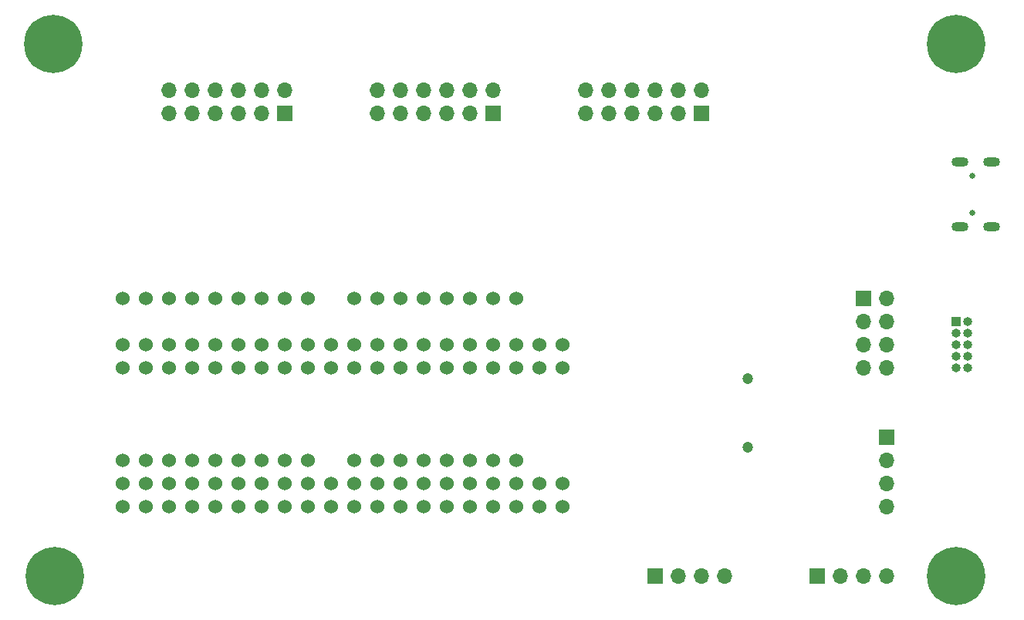
<source format=gbr>
%TF.GenerationSoftware,KiCad,Pcbnew,(6.0.1)*%
%TF.CreationDate,2022-02-05T13:32:02+01:00*%
%TF.ProjectId,ucdev_board,75636465-765f-4626-9f61-72642e6b6963,rev?*%
%TF.SameCoordinates,Original*%
%TF.FileFunction,Soldermask,Bot*%
%TF.FilePolarity,Negative*%
%FSLAX46Y46*%
G04 Gerber Fmt 4.6, Leading zero omitted, Abs format (unit mm)*
G04 Created by KiCad (PCBNEW (6.0.1)) date 2022-02-05 13:32:02*
%MOMM*%
%LPD*%
G01*
G04 APERTURE LIST*
%ADD10C,1.524000*%
%ADD11R,1.700000X1.700000*%
%ADD12O,1.700000X1.700000*%
%ADD13C,1.200000*%
%ADD14C,0.800000*%
%ADD15C,6.400000*%
%ADD16C,0.650000*%
%ADD17O,1.850000X1.050000*%
%ADD18R,1.000000X1.000000*%
%ADD19O,1.000000X1.000000*%
G04 APERTURE END LIST*
D10*
%TO.C,U1*%
X66040000Y-55880000D03*
X68580000Y-55880000D03*
X71120000Y-55880000D03*
X73660000Y-55880000D03*
X76200000Y-55880000D03*
X78740000Y-55880000D03*
X81280000Y-55880000D03*
X83820000Y-55880000D03*
X86360000Y-55880000D03*
X88900000Y-55880000D03*
X91440000Y-55880000D03*
X93980000Y-55880000D03*
X96520000Y-55880000D03*
X99060000Y-55880000D03*
X101600000Y-55880000D03*
X104140000Y-55880000D03*
X106680000Y-55880000D03*
X109220000Y-55880000D03*
X111760000Y-55880000D03*
X114300000Y-55880000D03*
X114300000Y-71120000D03*
X111760000Y-71120000D03*
X109220000Y-71120000D03*
X106680000Y-71120000D03*
X104140000Y-71120000D03*
X101600000Y-71120000D03*
X99060000Y-71120000D03*
X96520000Y-71120000D03*
X93980000Y-71120000D03*
X91440000Y-71120000D03*
X88900000Y-71120000D03*
X86360000Y-71120000D03*
X83820000Y-71120000D03*
X81280000Y-71120000D03*
X78740000Y-71120000D03*
X76200000Y-71120000D03*
X73660000Y-71120000D03*
X71120000Y-71120000D03*
X68580000Y-71120000D03*
X66040000Y-71120000D03*
%TD*%
%TO.C,U2*%
X66040000Y-58420000D03*
X68580000Y-58420000D03*
X71120000Y-58420000D03*
X73660000Y-58420000D03*
X76200000Y-58420000D03*
X78740000Y-58420000D03*
X81280000Y-58420000D03*
X83820000Y-58420000D03*
X86360000Y-58420000D03*
X88900000Y-58420000D03*
X91440000Y-58420000D03*
X93980000Y-58420000D03*
X96520000Y-58420000D03*
X99060000Y-58420000D03*
X101600000Y-58420000D03*
X104140000Y-58420000D03*
X106680000Y-58420000D03*
X109220000Y-58420000D03*
X111760000Y-58420000D03*
X114300000Y-58420000D03*
X114300000Y-73660000D03*
X111760000Y-73660000D03*
X109220000Y-73660000D03*
X106680000Y-73660000D03*
X104140000Y-73660000D03*
X101600000Y-73660000D03*
X99060000Y-73660000D03*
X96520000Y-73660000D03*
X93980000Y-73660000D03*
X91440000Y-73660000D03*
X88900000Y-73660000D03*
X86360000Y-73660000D03*
X83820000Y-73660000D03*
X81280000Y-73660000D03*
X78740000Y-73660000D03*
X76200000Y-73660000D03*
X73660000Y-73660000D03*
X71120000Y-73660000D03*
X68580000Y-73660000D03*
X66040000Y-73660000D03*
%TD*%
D11*
%TO.C,J2*%
X149860000Y-66040000D03*
D12*
X149860000Y-68580000D03*
X149860000Y-71120000D03*
X149860000Y-73660000D03*
%TD*%
D11*
%TO.C,J3*%
X147320000Y-50800000D03*
D12*
X149860000Y-50800000D03*
X147320000Y-53340000D03*
X149860000Y-53340000D03*
X147320000Y-55880000D03*
X149860000Y-55880000D03*
X147320000Y-58420000D03*
X149860000Y-58420000D03*
%TD*%
D11*
%TO.C,PMOD2*%
X83820000Y-30480000D03*
D12*
X83820000Y-27940000D03*
X81280000Y-30480000D03*
X81280000Y-27940000D03*
X78740000Y-30480000D03*
X78740000Y-27940000D03*
X76200000Y-30480000D03*
X76200000Y-27940000D03*
X73660000Y-30480000D03*
X73660000Y-27940000D03*
X71120000Y-30480000D03*
X71120000Y-27940000D03*
%TD*%
D11*
%TO.C,PMOD3*%
X106680000Y-30480000D03*
D12*
X106680000Y-27940000D03*
X104140000Y-30480000D03*
X104140000Y-27940000D03*
X101600000Y-30480000D03*
X101600000Y-27940000D03*
X99060000Y-30480000D03*
X99060000Y-27940000D03*
X96520000Y-30480000D03*
X96520000Y-27940000D03*
X93980000Y-30480000D03*
X93980000Y-27940000D03*
%TD*%
D11*
%TO.C,PMOD4*%
X129540000Y-30480000D03*
D12*
X129540000Y-27940000D03*
X127000000Y-30480000D03*
X127000000Y-27940000D03*
X124460000Y-30480000D03*
X124460000Y-27940000D03*
X121920000Y-30480000D03*
X121920000Y-27940000D03*
X119380000Y-30480000D03*
X119380000Y-27940000D03*
X116840000Y-30480000D03*
X116840000Y-27940000D03*
%TD*%
D13*
%TO.C,BT1*%
X134620000Y-67100000D03*
X134620000Y-59600000D03*
%TD*%
D14*
%TO.C,H1*%
X58420000Y-20460000D03*
X56722944Y-21162944D03*
X56722944Y-24557056D03*
X60820000Y-22860000D03*
D15*
X58420000Y-22860000D03*
D14*
X60117056Y-24557056D03*
X58420000Y-25260000D03*
X60117056Y-21162944D03*
X56020000Y-22860000D03*
%TD*%
%TO.C,H2*%
X159177056Y-21162944D03*
X155080000Y-22860000D03*
X155782944Y-21162944D03*
X157480000Y-20460000D03*
X159880000Y-22860000D03*
D15*
X157480000Y-22860000D03*
D14*
X157480000Y-25260000D03*
X159177056Y-24557056D03*
X155782944Y-24557056D03*
%TD*%
D15*
%TO.C,H3*%
X58560000Y-81280000D03*
D14*
X56160000Y-81280000D03*
X56862944Y-82977056D03*
X60257056Y-79582944D03*
X58560000Y-83680000D03*
X60960000Y-81280000D03*
X60257056Y-82977056D03*
X58560000Y-78880000D03*
X56862944Y-79582944D03*
%TD*%
D16*
%TO.C,J8*%
X159220000Y-41370000D03*
X159220000Y-37370000D03*
D17*
X161350000Y-42945000D03*
X157900000Y-35820000D03*
X157900000Y-42945000D03*
X161350000Y-35795000D03*
%TD*%
D18*
%TO.C,J5*%
X157480000Y-53340000D03*
D19*
X158750000Y-53340000D03*
X157480000Y-54610000D03*
X158750000Y-54610000D03*
X157480000Y-55880000D03*
X158750000Y-55880000D03*
X157480000Y-57150000D03*
X158750000Y-57150000D03*
X157480000Y-58420000D03*
X158750000Y-58420000D03*
%TD*%
D10*
%TO.C,U3*%
X66040000Y-50800000D03*
X68580000Y-50800000D03*
X71120000Y-50800000D03*
X73660000Y-50800000D03*
X76200000Y-50800000D03*
X78740000Y-50800000D03*
X81280000Y-50800000D03*
X83820000Y-50800000D03*
X86360000Y-50800000D03*
X91440000Y-50800000D03*
X93980000Y-50800000D03*
X96520000Y-50800000D03*
X99060000Y-50800000D03*
X101600000Y-50800000D03*
X104140000Y-50800000D03*
X106680000Y-50800000D03*
X109220000Y-50800000D03*
X109220000Y-68580000D03*
X106680000Y-68580000D03*
X104140000Y-68580000D03*
X101600000Y-68580000D03*
X99060000Y-68580000D03*
X96520000Y-68580000D03*
X93980000Y-68580000D03*
X91440000Y-68580000D03*
X86360000Y-68580000D03*
X83820000Y-68580000D03*
X81280000Y-68580000D03*
X78740000Y-68580000D03*
X76200000Y-68580000D03*
X73660000Y-68580000D03*
X71120000Y-68580000D03*
X68580000Y-68580000D03*
X66040000Y-68580000D03*
%TD*%
D14*
%TO.C,H4*%
X157480000Y-78880000D03*
X155782944Y-79582944D03*
X155080000Y-81280000D03*
D15*
X157480000Y-81280000D03*
D14*
X159177056Y-82977056D03*
X159880000Y-81280000D03*
X157480000Y-83680000D03*
X155782944Y-82977056D03*
X159177056Y-79582944D03*
%TD*%
D11*
%TO.C,J1*%
X124460000Y-81280000D03*
D12*
X127000000Y-81280000D03*
X129540000Y-81280000D03*
X132080000Y-81280000D03*
%TD*%
D11*
%TO.C,J4*%
X142240000Y-81280000D03*
D12*
X144780000Y-81280000D03*
X147320000Y-81280000D03*
X149860000Y-81280000D03*
%TD*%
M02*

</source>
